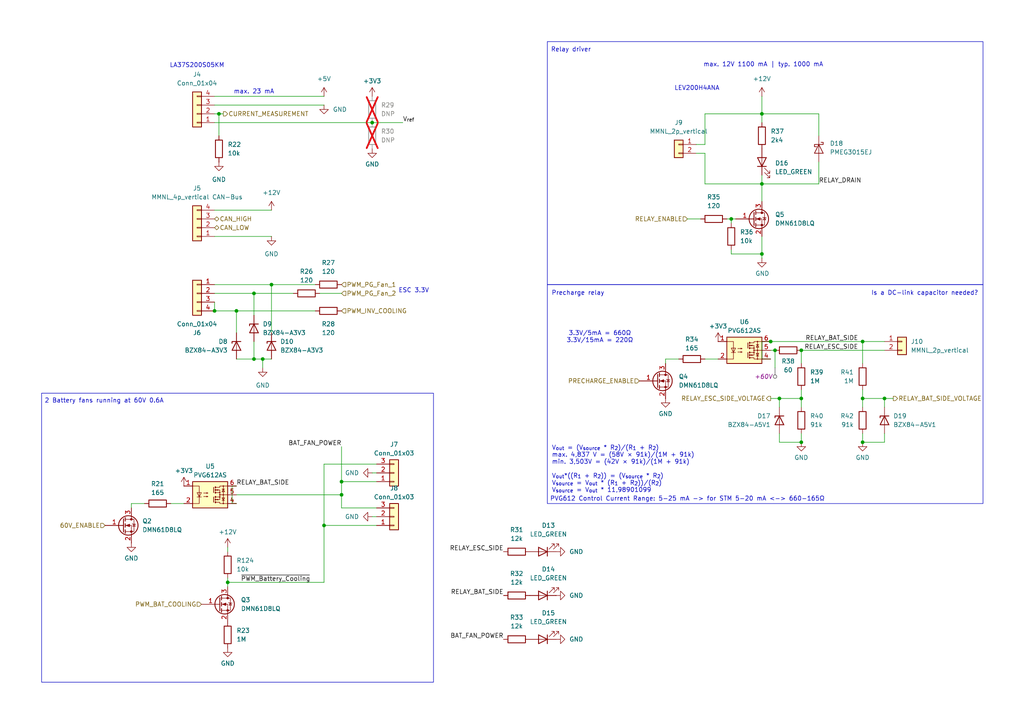
<source format=kicad_sch>
(kicad_sch (version 20231120) (generator "eeschema") (generator_version "8.0")
  (paper "A4")
  (lib_symbols
    (symbol "Connector_Generic:Conn_01x03" (pin_names (offset 1.016) hide)
      (property "Reference" "J" (at 0 5.08 0))
      (property "Value" "Conn_01x03" (at 0 -5.08 0))
      (symbol "Conn_01x03_1_1"
        (rectangle (start -1.27 -2.413) (end 0 -2.667) (stroke (width 0.1524)))
        (rectangle (start -1.27 0.127) (end 0 -0.127) (stroke (width 0.1524)))
        (rectangle (start -1.27 2.667) (end 0 2.413) (stroke (width 0.1524)))
        (rectangle (start -1.27 3.81) (end 1.27 -3.81) (stroke (width 0.254)) (fill (type background)))
        (pin passive line (at -5.08 2.54 0) (length 3.81) (name "Pin_1") (number "1"))
        (pin passive line (at -5.08 0 0) (length 3.81) (name "Pin_2") (number "2"))
        (pin passive line (at -5.08 -2.54 0) (length 3.81) (name "Pin_3") (number "3"))
      )
    )
    (symbol "Connector_Generic:Conn_01x04" (pin_names (offset 1.016) hide)
      (property "Reference" "J" (at 0 5.08 0))
      (property "Value" "Conn_01x04" (at 0 -7.62 0))
      (symbol "Conn_01x04_1_1"
        (rectangle (start -1.27 -4.953) (end 0 -5.207) (stroke (width 0.1524)))
        (rectangle (start -1.27 -2.413) (end 0 -2.667) (stroke (width 0.1524)))
        (rectangle (start -1.27 0.127) (end 0 -0.127) (stroke (width 0.1524)))
        (rectangle (start -1.27 2.667) (end 0 2.413) (stroke (width 0.1524)))
        (rectangle (start -1.27 3.81) (end 1.27 -6.35) (stroke (width 0.254)) (fill (type background)))
        (pin passive line (at -5.08 2.54 0) (length 3.81) (name "Pin_1") (number "1"))
        (pin passive line (at -5.08 0 0) (length 3.81) (name "Pin_2") (number "2"))
        (pin passive line (at -5.08 -2.54 0) (length 3.81) (name "Pin_3") (number "3"))
        (pin passive line (at -5.08 -5.08 0) (length 3.81) (name "Pin_4") (number "4"))
      )
    )
    (symbol "Device:LED" (pin_numbers hide) (pin_names (offset 1.016) hide)
      (property "Reference" "D" (at 0 2.54 0))
      (property "Value" "LED" (at 0 -2.54 0))
      (symbol "LED_0_1"
        (polyline (pts (xy -1.27 -1.27) (xy -1.27 1.27)) (stroke (width 0.254)))
        (polyline (pts (xy -1.27 0) (xy 1.27 0)))
        (polyline (pts (xy 1.27 -1.27) (xy 1.27 1.27) (xy -1.27 0) (xy 1.27 -1.27)) (stroke (width 0.254)))
        (polyline (pts (xy -3.048 -0.762) (xy -4.572 -2.286) (xy -3.81 -2.286) (xy -4.572 -2.286) (xy -4.572 -1.524)))
        (polyline (pts (xy -1.778 -0.762) (xy -3.302 -2.286) (xy -2.54 -2.286) (xy -3.302 -2.286) (xy -3.302 -1.524)))
      )
      (symbol "LED_1_1"
        (pin passive line (at -3.81 0 0) (length 2.54) (name "K") (number "1"))
        (pin passive line (at 3.81 0 180) (length 2.54) (name "A") (number "2"))
      )
    )
    (symbol "Device:R" (pin_numbers hide) (pin_names (offset 0))
      (property "Reference" "R" (at 2.032 0 90))
      (property "Value" "R" (at 0 0 90))
      (symbol "R_0_1"
        (rectangle (start -1.016 -2.54) (end 1.016 2.54) (stroke (width 0.254)))
      )
      (symbol "R_1_1"
        (pin passive line (at 0 3.81 270) (length 1.27) (name "~") (number "1"))
        (pin passive line (at 0 -3.81 90) (length 1.27) (name "~") (number "2"))
      )
    )
    (symbol "Diode:PMEG3015EJ" (pin_numbers hide) (pin_names hide)
      (property "Reference" "D" (at 0 2.54 0))
      (property "Value" "PMEG3015EJ" (at 0 -2.54 0))
      (symbol "PMEG3015EJ_0_1"
        (polyline (pts (xy 1.27 0) (xy -1.27 0)))
        (polyline (pts (xy 1.27 1.27) (xy 1.27 -1.27) (xy -1.27 0) (xy 1.27 1.27)) (stroke (width 0.2032)))
        (polyline (pts (xy -1.905 0.635) (xy -1.905 1.27) (xy -1.27 1.27) (xy -1.27 -1.27) (xy -0.635 -1.27) (xy -0.635 -0.635)) (stroke (width 0.2032)))
      )
      (symbol "PMEG3015EJ_1_1"
        (pin passive line (at -3.81 0 0) (length 2.54) (name "K") (number "1"))
        (pin passive line (at 3.81 0 180) (length 2.54) (name "A") (number "2"))
      )
    )
    (symbol "FaSTTUBe_connectors:MMNL_2p_vertical" (pin_names (offset 1.016) hide)
      (property "Reference" "J" (at 0 2.54 0))
      (property "Value" "MMNL_2p_vertical" (at 0 -5.08 0))
      (symbol "MMNL_2p_vertical_1_1"
        (rectangle (start -1.27 -2.413) (end 0 -2.667) (stroke (width 0.1524)))
        (rectangle (start -1.27 0.127) (end 0 -0.127) (stroke (width 0.1524)))
        (rectangle (start -1.27 1.27) (end 1.27 -3.81) (stroke (width 0.254)) (fill (type background)))
        (pin passive line (at -5.08 0 0) (length 3.81) (name "Pin_1") (number "1"))
        (pin passive line (at -5.08 -2.54 0) (length 3.81) (name "Pin_2") (number "2"))
      )
    )
    (symbol "MVBMS:BZX84-A3V3" (pin_numbers hide) (pin_names (offset 1.016) hide)
      (property "Reference" "D1301" (at -1.27 2.54 90))
      (property "Value" "BZX84-A3V3" (at 1.27 2.54 90))
      (symbol "BZX84-A3V3_0_1"
        (polyline (pts (xy 1.27 0) (xy -1.27 0)))
        (polyline (pts (xy -1.27 -1.27) (xy -1.27 1.27) (xy -0.762 1.27)) (stroke (width 0.254)))
        (polyline (pts (xy 1.27 -1.27) (xy 1.27 1.27) (xy -1.27 0) (xy 1.27 -1.27)) (stroke (width 0.254)))
      )
      (symbol "BZX84-A3V3_1_1"
        (pin passive line (at 3.81 0 180) (length 2.54) (name "A") (number "1"))
        (pin passive line (at -3.81 0 0) (length 2.54) (name "K") (number "3"))
      )
    )
    (symbol "MVBMS:DMN61D8LQ" (pin_names (offset 0) hide)
      (property "Reference" "Q2201" (at 6.35 1.27 0))
      (property "Value" "DMN61D8LQ" (at 6.35 -1.27 0))
      (symbol "DMN61D8LQ_0_1"
        (polyline (pts (xy 0.762 -1.778) (xy 2.54 -1.778)))
        (polyline (pts (xy 0.762 -1.27) (xy 0.762 -2.286)) (stroke (width 0.254)))
        (polyline (pts (xy 0.762 0) (xy 2.54 0)))
        (polyline (pts (xy 0.762 0.508) (xy 0.762 -0.508)) (stroke (width 0.254)))
        (polyline (pts (xy 0.762 1.778) (xy 2.54 1.778)))
        (polyline (pts (xy 0.762 2.286) (xy 0.762 1.27)) (stroke (width 0.254)))
        (polyline (pts (xy 2.54 -1.778) (xy 2.54 -2.54)))
        (polyline (pts (xy 2.54 -1.778) (xy 2.54 0)))
        (polyline (pts (xy 2.54 2.54) (xy 2.54 1.778)))
        (polyline (pts (xy 0.254 1.905) (xy 0.254 -1.905) (xy 0.254 -1.905)) (stroke (width 0.254)))
        (polyline (pts (xy 1.016 0) (xy 2.032 0.381) (xy 2.032 -0.381) (xy 1.016 0)) (fill (type outline)))
        (polyline (pts (xy 2.54 -1.778) (xy 3.302 -1.778) (xy 3.302 1.778) (xy 2.54 1.778)))
        (polyline (pts (xy 2.794 0.508) (xy 2.921 0.381) (xy 3.683 0.381) (xy 3.81 0.254)))
        (polyline (pts (xy 3.302 0.381) (xy 2.921 -0.254) (xy 3.683 -0.254) (xy 3.302 0.381)))
        (circle (center 1.651 0) (radius 2.8194) (stroke (width 0.254)))
        (circle (center 2.54 -1.778) (radius 0.2794) (fill (type outline)))
        (circle (center 2.54 1.778) (radius 0.2794) (fill (type outline)))
      )
      (symbol "DMN61D8LQ_1_1"
        (pin input line (at -5.08 0 0) (length 5.334) (name "G") (number "1"))
        (pin passive line (at 2.54 -5.08 90) (length 2.54) (name "S") (number "2"))
        (pin passive line (at 2.54 5.08 270) (length 2.54) (name "D") (number "3"))
      )
    )
    (symbol "MVBMS:PVG612AS"
      (property "Reference" "U1" (at 0 8.255 0))
      (property "Value" "PVG612AS" (at 0 5.715 0))
      (symbol "PVG612AS_0_1"
        (rectangle (start -5.08 3.81) (end 5.08 -3.81) (stroke (width 0.254)) (fill (type background)))
        (polyline (pts (xy -3.81 -0.635) (xy -2.54 -0.635)))
        (polyline (pts (xy 1.016 -0.635) (xy 1.016 -2.159)) (stroke (width 0.2032)))
        (polyline (pts (xy 1.016 2.159) (xy 1.016 0.635)) (stroke (width 0.2032)))
        (polyline (pts (xy 1.524 -0.508) (xy 1.524 -0.762)) (stroke (width 0.3556)))
        (polyline (pts (xy 2.794 0) (xy 5.08 0)))
        (polyline (pts (xy 3.429 -1.651) (xy 4.191 -1.651)))
        (polyline (pts (xy 3.429 1.651) (xy 4.191 1.651)))
        (polyline (pts (xy 3.81 -2.54) (xy 3.81 2.54)))
        (polyline (pts (xy 1.524 -2.032) (xy 1.524 -2.286) (xy 1.524 -2.286)) (stroke (width 0.3556)))
        (polyline (pts (xy 1.524 -1.27) (xy 1.524 -1.524) (xy 1.524 -1.524)) (stroke (width 0.3556)))
        (polyline (pts (xy 1.524 0.762) (xy 1.524 0.508) (xy 1.524 0.508)) (stroke (width 0.3556)))
        (polyline (pts (xy 1.524 1.524) (xy 1.524 1.27) (xy 1.524 1.27)) (stroke (width 0.3556)))
        (polyline (pts (xy 1.524 2.286) (xy 1.524 2.032) (xy 1.524 2.032)) (stroke (width 0.3556)))
        (polyline (pts (xy 1.651 -1.397) (xy 2.794 -1.397) (xy 2.794 -0.635)))
        (polyline (pts (xy 1.651 1.397) (xy 2.794 1.397) (xy 2.794 0.635)))
        (polyline (pts (xy -5.08 2.54) (xy -3.175 2.54) (xy -3.175 -2.54) (xy -5.08 -2.54)))
        (polyline (pts (xy -3.175 -0.635) (xy -3.81 0.635) (xy -2.54 0.635) (xy -3.175 -0.635)))
        (polyline (pts (xy 1.651 -2.159) (xy 2.794 -2.159) (xy 2.794 -2.54) (xy 5.08 -2.54)))
        (polyline (pts (xy 1.651 -0.635) (xy 2.794 -0.635) (xy 2.794 0.635) (xy 1.651 0.635)))
        (polyline (pts (xy 1.651 2.159) (xy 2.794 2.159) (xy 2.794 2.54) (xy 5.08 2.54)))
        (polyline (pts (xy 1.778 -1.397) (xy 2.286 -1.27) (xy 2.286 -1.524) (xy 1.778 -1.397)))
        (polyline (pts (xy 1.778 1.397) (xy 2.286 1.524) (xy 2.286 1.27) (xy 1.778 1.397)))
        (polyline (pts (xy 3.81 -1.651) (xy 3.429 -0.889) (xy 4.191 -0.889) (xy 3.81 -1.651)))
        (polyline (pts (xy 3.81 1.651) (xy 3.429 0.889) (xy 4.191 0.889) (xy 3.81 1.651)))
        (polyline (pts (xy -1.905 -0.508) (xy -0.635 -0.508) (xy -1.016 -0.635) (xy -1.016 -0.381) (xy -0.635 -0.508)))
        (polyline (pts (xy -1.905 0.508) (xy -0.635 0.508) (xy -1.016 0.381) (xy -1.016 0.635) (xy -0.635 0.508)))
        (circle (center 2.794 -0.635) (radius 0.127))
        (circle (center 2.794 0) (radius 0.127))
        (circle (center 2.794 0.635) (radius 0.127))
        (circle (center 3.81 -2.54) (radius 0.127))
        (circle (center 3.81 0) (radius 0.127))
        (circle (center 3.81 2.54) (radius 0.127))
      )
      (symbol "PVG612AS_1_1"
        (pin passive line (at -7.62 2.54 0) (length 2.54) (name "~") (number "1"))
        (pin passive line (at -7.62 -2.54 0) (length 2.54) (name "~") (number "2"))
        (pin no_connect line (at -5.08 0 0) (length 2.54) hide (name "~") (number "3"))
        (pin passive line (at 7.62 -2.54 180) (length 2.54) (name "~") (number "4"))
        (pin passive line (at 7.62 0 180) (length 2.54) (name "~") (number "5"))
        (pin passive line (at 7.62 2.54 180) (length 2.54) (name "~") (number "6"))
      )
    )
    (symbol "power:+12V" (power) (pin_numbers hide) (pin_names (offset 0) hide)
      (property "Value" "+12V" (at 0 3.556 0))
      (symbol "+12V_0_1"
        (polyline (pts (xy -0.762 1.27) (xy 0 2.54)))
        (polyline (pts (xy 0 0) (xy 0 2.54)))
        (polyline (pts (xy 0 2.54) (xy 0.762 1.27)))
      )
      (symbol "+12V_1_1"
        (pin power_in line (at 0 0 90) (length 0) (name "~") (number "1"))
      )
    )
    (symbol "power:+3V3" (power) (pin_numbers hide) (pin_names (offset 0) hide)
      (property "Value" "+3V3" (at 0 3.556 0))
      (symbol "+3V3_0_1"
        (polyline (pts (xy -0.762 1.27) (xy 0 2.54)))
        (polyline (pts (xy 0 0) (xy 0 2.54)))
        (polyline (pts (xy 0 2.54) (xy 0.762 1.27)))
      )
      (symbol "+3V3_1_1"
        (pin power_in line (at 0 0 90) (length 0) (name "~") (number "1"))
      )
    )
    (symbol "power:+5V" (power) (pin_numbers hide) (pin_names (offset 0) hide)
      (property "Value" "+5V" (at 0 3.556 0))
      (symbol "+5V_0_1"
        (polyline (pts (xy -0.762 1.27) (xy 0 2.54)))
        (polyline (pts (xy 0 0) (xy 0 2.54)))
        (polyline (pts (xy 0 2.54) (xy 0.762 1.27)))
      )
      (symbol "+5V_1_1"
        (pin power_in line (at 0 0 90) (length 0) (name "~") (number "1"))
      )
    )
    (symbol "power:GND" (power) (pin_numbers hide) (pin_names (offset 0) hide)
      (property "Value" "GND" (at 0 -3.81 0))
      (symbol "GND_0_1"
        (polyline (pts (xy 0 0) (xy 0 -1.27) (xy 1.27 -1.27) (xy 0 -2.54) (xy -1.27 -1.27) (xy 0 -1.27)))
      )
      (symbol "GND_1_1"
        (pin power_in line (at 0 0 270) (length 0) (name "~") (number "1"))
      )
    )
  )
  (junction (at 226.06 115.57))
  (junction (at 220.98 33.02))
  (junction (at 63.5 33.02))
  (junction (at 223.52 99.06))
  (junction (at 99.06 143.51))
  (junction (at 62.23 90.17))
  (junction (at 232.41 101.6))
  (junction (at 73.66 104.14))
  (junction (at 232.41 115.57))
  (junction (at 250.19 115.57))
  (junction (at 250.19 99.06))
  (junction (at 73.66 85.09))
  (junction (at 68.58 90.17))
  (junction (at 78.74 82.55))
  (junction (at 107.95 35.56))
  (junction (at 250.19 128.27))
  (junction (at 99.06 139.7))
  (junction (at 220.98 53.34))
  (junction (at 76.2 104.14))
  (junction (at 224.79 101.6))
  (junction (at 93.98 152.4))
  (junction (at 220.98 73.66))
  (junction (at 66.04 168.91))
  (junction (at 212.09 63.5))
  (junction (at 232.41 128.27))
  (junction (at 256.54 115.57))
  (wire (pts (xy 237.49 53.34) (xy 237.49 46.99)))
  (wire (pts (xy 212.09 73.66) (xy 220.98 73.66)))
  (wire (pts (xy 62.23 82.55) (xy 78.74 82.55)))
  (wire (pts (xy 226.06 115.57) (xy 232.41 115.57)))
  (wire (pts (xy 66.04 170.18) (xy 66.04 168.91)))
  (wire (pts (xy 62.23 85.09) (xy 73.66 85.09)))
  (wire (pts (xy 220.98 53.34) (xy 220.98 50.8)))
  (wire (pts (xy 220.98 53.34) (xy 220.98 58.42)))
  (wire (pts (xy 223.52 99.06) (xy 250.19 99.06)))
  (wire (pts (xy 73.66 85.09) (xy 73.66 91.44)))
  (wire (pts (xy 85.09 85.09) (xy 73.66 85.09)))
  (wire (pts (xy 93.98 152.4) (xy 109.22 152.4)))
  (wire (pts (xy 99.06 139.7) (xy 99.06 143.51)))
  (wire (pts (xy 93.98 30.48) (xy 62.23 30.48)))
  (wire (pts (xy 62.23 90.17) (xy 68.58 90.17)))
  (wire (pts (xy 204.47 53.34) (xy 204.47 44.45)))
  (wire (pts (xy 67.31 140.97) (xy 67.31 146.05)))
  (wire (pts (xy 204.47 104.14) (xy 208.28 104.14)))
  (wire (pts (xy 220.98 74.93) (xy 220.98 73.66)))
  (wire (pts (xy 226.06 128.27) (xy 232.41 128.27)))
  (wire (pts (xy 220.98 33.02) (xy 220.98 35.56)))
  (wire (pts (xy 66.04 158.75) (xy 66.04 160.02)))
  (wire (pts (xy 237.49 39.37) (xy 237.49 33.02)))
  (wire (pts (xy 250.19 99.06) (xy 256.54 99.06)))
  (wire (pts (xy 256.54 115.57) (xy 259.08 115.57)))
  (wire (pts (xy 73.66 104.14) (xy 76.2 104.14)))
  (wire (pts (xy 250.19 118.11) (xy 250.19 115.57)))
  (wire (pts (xy 107.95 137.16) (xy 109.22 137.16)))
  (wire (pts (xy 212.09 73.66) (xy 212.09 72.39)))
  (wire (pts (xy 256.54 115.57) (xy 250.19 115.57)))
  (wire (pts (xy 199.39 63.5) (xy 203.2 63.5)))
  (wire (pts (xy 220.98 99.06) (xy 220.98 104.14)))
  (wire (pts (xy 62.23 35.56) (xy 107.95 35.56)))
  (wire (pts (xy 66.04 167.64) (xy 66.04 168.91)))
  (wire (pts (xy 99.06 147.32) (xy 109.22 147.32)))
  (wire (pts (xy 93.98 152.4) (xy 93.98 168.91)))
  (wire (pts (xy 223.52 115.57) (xy 226.06 115.57)))
  (wire (pts (xy 62.23 87.63) (xy 62.23 90.17)))
  (wire (pts (xy 68.58 90.17) (xy 68.58 96.52)))
  (wire (pts (xy 223.52 99.06) (xy 220.98 99.06)))
  (wire (pts (xy 210.82 63.5) (xy 212.09 63.5)))
  (wire (pts (xy 68.58 143.51) (xy 99.06 143.51)))
  (wire (pts (xy 256.54 118.11) (xy 256.54 115.57)))
  (wire (pts (xy 63.5 33.02) (xy 63.5 39.37)))
  (wire (pts (xy 99.06 139.7) (xy 109.22 139.7)))
  (wire (pts (xy 212.09 63.5) (xy 213.36 63.5)))
  (wire (pts (xy 201.93 41.91) (xy 204.47 41.91)))
  (wire (pts (xy 68.58 140.97) (xy 67.31 140.97)))
  (wire (pts (xy 64.77 33.02) (xy 63.5 33.02)))
  (wire (pts (xy 220.98 104.14) (xy 223.52 104.14)))
  (wire (pts (xy 220.98 33.02) (xy 237.49 33.02)))
  (wire (pts (xy 38.1 146.05) (xy 41.91 146.05)))
  (wire (pts (xy 226.06 118.11) (xy 226.06 115.57)))
  (wire (pts (xy 226.06 128.27) (xy 226.06 125.73)))
  (wire (pts (xy 78.74 82.55) (xy 78.74 96.52)))
  (wire (pts (xy 62.23 68.58) (xy 78.74 68.58)))
  (wire (pts (xy 220.98 27.94) (xy 220.98 33.02)))
  (wire (pts (xy 92.71 85.09) (xy 99.06 85.09)))
  (wire (pts (xy 232.41 128.27) (xy 232.41 125.73)))
  (wire (pts (xy 232.41 113.03) (xy 232.41 115.57)))
  (wire (pts (xy 76.2 104.14) (xy 78.74 104.14)))
  (wire (pts (xy 256.54 128.27) (xy 256.54 125.73)))
  (wire (pts (xy 204.47 33.02) (xy 220.98 33.02)))
  (wire (pts (xy 224.79 101.6) (xy 223.52 101.6)))
  (wire (pts (xy 49.53 146.05) (xy 53.34 146.05)))
  (wire (pts (xy 250.19 128.27) (xy 250.19 125.73)))
  (wire (pts (xy 93.98 134.62) (xy 109.22 134.62)))
  (wire (pts (xy 73.66 99.06) (xy 73.66 104.14)))
  (wire (pts (xy 193.04 105.41) (xy 193.04 104.14)))
  (wire (pts (xy 232.41 101.6) (xy 232.41 105.41)))
  (wire (pts (xy 204.47 44.45) (xy 201.93 44.45)))
  (wire (pts (xy 193.04 104.14) (xy 196.85 104.14)))
  (wire (pts (xy 99.06 143.51) (xy 99.06 147.32)))
  (wire (pts (xy 224.79 101.6) (xy 224.79 106.68)))
  (wire (pts (xy 63.5 33.02) (xy 62.23 33.02)))
  (wire (pts (xy 256.54 128.27) (xy 250.19 128.27)))
  (wire (pts (xy 220.98 53.34) (xy 237.49 53.34)))
  (wire (pts (xy 67.31 146.05) (xy 68.58 146.05)))
  (wire (pts (xy 38.1 147.32) (xy 38.1 146.05)))
  (wire (pts (xy 204.47 53.34) (xy 220.98 53.34)))
  (wire (pts (xy 73.66 104.14) (xy 68.58 104.14)))
  (wire (pts (xy 99.06 129.54) (xy 99.06 139.7)))
  (wire (pts (xy 107.95 35.56) (xy 116.84 35.56)))
  (wire (pts (xy 68.58 90.17) (xy 91.44 90.17)))
  (wire (pts (xy 107.95 149.86) (xy 109.22 149.86)))
  (wire (pts (xy 78.74 82.55) (xy 91.44 82.55)))
  (wire (pts (xy 93.98 27.94) (xy 62.23 27.94)))
  (wire (pts (xy 93.98 134.62) (xy 93.98 152.4)))
  (wire (pts (xy 250.19 99.06) (xy 250.19 105.41)))
  (wire (pts (xy 232.41 101.6) (xy 256.54 101.6)))
  (wire (pts (xy 250.19 113.03) (xy 250.19 115.57)))
  (wire (pts (xy 76.2 106.68) (xy 76.2 104.14)))
  (wire (pts (xy 66.04 168.91) (xy 93.98 168.91)))
  (wire (pts (xy 212.09 64.77) (xy 212.09 63.5)))
  (wire (pts (xy 220.98 68.58) (xy 220.98 73.66)))
  (wire (pts (xy 204.47 33.02) (xy 204.47 41.91)))
  (wire (pts (xy 232.41 118.11) (xy 232.41 115.57)))
  (wire (pts (xy 62.23 60.96) (xy 78.74 60.96)))
  (rectangle (start 12.065 114.046) (end 125.73 197.866))
  (rectangle (start 158.75 12.065) (end 285.115 82.55))
  (rectangle (start 158.75 82.55) (end 285.115 146.05))
  (text "Relay driver" (at 159.766 15.24 0) (effects (font (size 1.27 1.27)) (justify left bottom)))
  (text "3.3V/5mA = 660 Ω\n3.3V/15mA = 220 Ω" (at 173.99 97.79 0) (effects (font (size 1.27 1.27))))
  (text "LEV200H4ANA" (at 195.58 26.416 0) (effects (font (size 1.27 1.27)) (justify left bottom)))
  (text "LA37S200S05KM" (at 57.15 19.05 0) (effects (font (size 1.27 1.27))))
  (text "2 Battery fans running at 60V 0.6A" (at 30.226 116.332 0) (effects (font (size 1.27 1.27))))
  (text "Is a DC-link capacitor needed?" (at 268.224 85.09 0) (effects (font (size 1.27 1.27))))
  (text "ESC 3.3V" (at 115.57 85.09 0) (effects (font (size 1.27 1.27)) (justify left bottom)))
  (text "max. 12V 1100 mA | typ. 1000 mA " (at 203.962 19.558 0) (effects (font (size 1.27 1.27)) (justify left bottom)))
  (text "max. 23 mA" (at 73.66 26.67 0) (effects (font (size 1.27 1.27))))
  (text "PVG612 Control Current Range: 5-25 mA -> for STM 5-20 mA <-> 660-165 Ω" (at 199.39 144.78 0) (effects (font (size 1.27 1.27))))
  (text "Precharge relay" (at 167.64 85.09 0) (effects (font (size 1.27 1.27))))
  (text "V_{out} = (V_{source} * R_{2})/(R_{1} + R_{2})\nmax. 4,837 V = (58V × 91k)/(1M + 91k)\nmin. 3,503 V = (42V × 91k)/(1M + 91k)\n\nV_{out}*((R_{1} + R_{2})) = (V_{source} * R_{2})\nV_{source} = V_{out} * (R_{1} + R_{2}))/(R_{2})\nV_{source} = V_{out} * 11,98901099\n\n" (at 160.02 137.16 0) (effects (font (size 1.27 1.27)) (justify left)))
  (label "RELAY_ESC_SIDE" (at 146.05 160.02 180) (property "Netclass" "+60V" (effects (hide yes))))
  (label "V_{ref}" (at 116.84 35.56 0))
  (label "RELAY_ESC_SIDE" (at 248.92 101.6 180) (property "Netclass" "+60V" (effects (hide yes))))
  (label "~{PWM_Battery_Cooling}" (at 69.85 168.91 0))
  (label "RELAY_BAT_SIDE" (at 68.58 140.97 0) (property "Netclass" "+60V" (effects (hide yes))))
  (label "BAT_FAN_POWER" (at 99.06 129.54 180) (property "Netclass" "+60V" (effects (hide yes))))
  (label "BAT_FAN_POWER" (at 146.05 185.42 180) (property "Netclass" "+60V" (effects (hide yes))))
  (label "RELAY_DRAIN" (at 237.49 53.34 0) (property "Netclass" "+12V" (effects (hide yes))))
  (label "RELAY_BAT_SIDE" (at 146.05 172.72 180) (property "Netclass" "+60V" (effects (hide yes))))
  (label "RELAY_BAT_SIDE" (at 248.92 99.06 180) (property "Netclass" "+60V" (effects (hide yes))))
  (hierarchical_label "PWM_INV_COOLING" (shape input) (at 99.06 90.17 0))
  (hierarchical_label "CAN_LOW" (shape bidirectional) (at 62.23 66.04 0))
  (hierarchical_label "RELAY_BAT_SIDE_VOLTAGE" (shape output) (at 259.08 115.57 0))
  (hierarchical_label "PWM_PG_Fan_1" (shape input) (at 99.06 82.55 0))
  (hierarchical_label "CURRENT_MEASUREMENT" (shape output) (at 64.77 33.02 0))
  (hierarchical_label "60V_ENABLE" (shape input) (at 30.48 152.4 180))
  (hierarchical_label "RELAY_ESC_SIDE_VOLTAGE" (shape output) (at 223.52 115.57 180))
  (hierarchical_label "PRECHARGE_ENABLE" (shape input) (at 185.42 110.49 180))
  (hierarchical_label "CAN_HIGH" (shape bidirectional) (at 62.23 63.5 0))
  (hierarchical_label "PWM_BAT_COOLING" (shape input) (at 58.42 175.26 180))
  (hierarchical_label "PWM_PG_Fan_2" (shape input) (at 99.06 85.09 0))
  (hierarchical_label "RELAY_ENABLE" (shape input) (at 199.39 63.5 180))
  (netclass_flag "" (length 2.54) (shape round) (at 224.79 106.68 180) (property "Netclass" "+60V" (at 224.0915 109.22 0) (effects (font (italic yes)) (justify right))))
  (symbol (lib_id "Device:LED") (at 157.48 160.02 180) (unit 1)
    (property "Reference" "D13" (at 159.0675 152.4 0))
    (property "Value" "LED_GREEN" (at 159.0675 154.94 0))
    (property "Footprint" "LED_SMD:LED_0603_1608Metric" (effects (hide yes)))
    (property "Description" "Light emitting diode" (effects (hide yes)))
    (property "Silkscreen" "RELAY_ESC_SIDE" (effects (hide yes)))
  )
  (symbol (lib_id "Device:R") (at 66.04 184.15 0) (mirror y) (unit 1)
    (property "Reference" "R23" (at 68.58 182.8799 0) (effects (justify right)))
    (property "Value" "1M" (at 68.58 185.4199 0) (effects (justify right)))
    (property "Footprint" "Resistor_SMD:R_0603_1608Metric" (effects (hide yes)))
    (property "Description" "Resistor" (effects (hide yes)))
  )
  (symbol (lib_id "Device:LED") (at 157.48 185.42 180) (unit 1)
    (property "Reference" "D15" (at 159.0675 177.8 0))
    (property "Value" "LED_GREEN" (at 159.0675 180.34 0))
    (property "Footprint" "LED_SMD:LED_0603_1608Metric" (effects (hide yes)))
    (property "Description" "Light emitting diode" (effects (hide yes)))
    (property "Silkscreen" "BATT_FAN_POWER" (effects (hide yes)))
  )
  (symbol (lib_id "power:GND") (at 107.95 43.18 0) (mirror y) (unit 1)
    (property "Reference" "#PWR053" (effects (hide yes)))
    (property "Value" "GND" (at 107.95 47.625 0))
    (property "Description" "Power symbol creates a global label with name \"GND\" , ground" (effects (hide yes)))
  )
  (symbol (lib_id "Connector_Generic:Conn_01x04") (at 57.15 33.02 180) (unit 1)
    (property "Reference" "J4" (at 57.15 21.59 0))
    (property "Value" "Conn_01x04" (at 57.15 24.13 0))
    (property "Footprint" "FaSTTUBe_connectors:Micro_Mate-N-Lok_4p_horizontal" (effects (hide yes)))
    (property "Description" "Generic connector, single row, 01x04, script generated (kicad-library-utils/schlib/autogen/connector/)" (effects (hide yes)))
    (property "Silkscreen" "CURRENT_SENS" (effects (hide yes)))
  )
  (symbol (lib_id "power:+3V3") (at 53.34 140.97 0) (unit 1)
    (property "Reference" "#PWR042" (effects (hide yes)))
    (property "Value" "+3V3" (at 53.34 136.525 0))
    (property "Description" "Power symbol creates a global label with name \"+3V3\"" (effects (hide yes)))
  )
  (symbol (lib_id "Device:R") (at 107.95 31.75 180) (unit 1) (dnp yes)
    (property "Reference" "R29" (at 110.49 30.4799 0) (effects (justify right)))
    (property "Value" "DNP" (at 110.49 33.0199 0) (effects (justify right)))
    (property "Footprint" "Resistor_SMD:R_0603_1608Metric" (effects (hide yes)))
    (property "Description" "Resistor" (effects (hide yes)))
  )
  (symbol (lib_id "Connector_Generic:Conn_01x04") (at 57.15 66.04 180) (unit 1)
    (property "Reference" "J5" (at 57.15 54.61 0))
    (property "Value" "MMNL_4p_vertical CAN-Bus" (at 57.15 57.15 0))
    (property "Footprint" "FaSTTUBe_connectors:Micro_Mate-N-Lok_4p_horizontal" (effects (hide yes)))
    (property "Description" "Generic connector, single row, 01x04, script generated (kicad-library-utils/schlib/autogen/connector/)" (effects (hide yes)))
    (property "Silkscreen" "CURRENT_SENS" (effects (hide yes)))
  )
  (symbol (lib_id "Device:R") (at 220.98 39.37 0) (unit 1)
    (property "Reference" "R37" (at 223.52 38.0999 0) (effects (justify left)))
    (property "Value" "2k4" (at 223.52 40.6399 0) (effects (justify left)))
    (property "Footprint" "Resistor_SMD:R_0603_1608Metric" (effects (hide yes)))
    (property "Description" "Resistor" (effects (hide yes)))
    (instances (project "MVBMS_FT24" (path "" (reference "R37") (unit 1))) (project "Master_FT24" (path "" (reference "R404") (unit 1))))
  )
  (symbol (lib_id "Device:R") (at 232.41 121.92 0) (unit 1)
    (property "Reference" "R40" (at 234.95 120.6499 0) (effects (justify left)))
    (property "Value" "91k" (at 234.95 123.1899 0) (effects (justify left)))
    (property "Footprint" "Resistor_SMD:R_0603_1608Metric" (effects (hide yes)))
    (property "Description" "Resistor" (effects (hide yes)))
  )
  (symbol (lib_id "power:GND") (at 161.29 172.72 90) (unit 1)
    (property "Reference" "#PWR057" (effects (hide yes)))
    (property "Value" "GND" (at 165.1 172.7199 90) (effects (justify right)))
    (property "Description" "Power symbol creates a global label with name \"GND\" , ground" (effects (hide yes)))
  )
  (symbol (lib_id "MVBMS:BZX84-A3V3") (at 256.54 121.92 90) (mirror x) (unit 1)
    (property "Reference" "D19" (at 259.08 120.6499 90) (effects (justify right)))
    (property "Value" "BZX84-A5V1" (at 259.08 123.1899 90) (effects (justify right)))
    (property "Footprint" "Package_TO_SOT_SMD:SOT-23-3" (effects (hide yes)))
  )
  (symbol (lib_id "Device:R") (at 228.6 101.6 270) (unit 1)
    (property "Reference" "R38" (at 228.6 104.775 90))
    (property "Value" "60" (at 228.6 107.315 90))
    (property "Footprint" "Resistor_SMD:R_2512_6332Metric" (effects (hide yes)))
    (property "Description" "Resistor" (effects (hide yes)))
  )
  (symbol (lib_id "power:+12V") (at 220.98 27.94 0) (unit 1)
    (property "Reference" "#PWR061" (effects (hide yes)))
    (property "Value" "+12V" (at 220.98 22.86 0))
    (property "Description" "Power symbol creates a global label with name \"+12V\"" (effects (hide yes)))
  )
  (symbol (lib_id "power:GND") (at 161.29 160.02 90) (unit 1)
    (property "Reference" "#PWR056" (effects (hide yes)))
    (property "Value" "GND" (at 165.1 160.0199 90) (effects (justify right)))
    (property "Description" "Power symbol creates a global label with name \"GND\" , ground" (effects (hide yes)))
  )
  (symbol (lib_id "Diode:PMEG3015EJ") (at 237.49 43.18 270) (unit 1)
    (property "Reference" "D18" (at 240.665 41.5925 90) (effects (justify left)))
    (property "Value" "PMEG3015EJ" (at 240.665 44.1325 90) (effects (justify left)))
    (property "Footprint" "Diode_SMD:D_SOD-323_HandSoldering" (effects (hide yes)))
    (property "Datasheet" "https://assets.nexperia.com/documents/data-sheet/PMEG3015EH_EJ.pdf" (effects (hide yes)))
    (property "Description" "30V, 1.5A ultra low Vf MEGA Schottky barrier rectifier, SOD-323F" (effects (hide yes)))
  )
  (symbol (lib_id "Device:R") (at 107.95 39.37 180) (unit 1) (dnp yes)
    (property "Reference" "R30" (at 110.49 38.0999 0) (effects (justify right)))
    (property "Value" "DNP" (at 110.49 40.6399 0) (effects (justify right)))
    (property "Footprint" "Resistor_SMD:R_0603_1608Metric" (effects (hide yes)))
    (property "Description" "Resistor" (effects (hide yes)))
  )
  (symbol (lib_id "Device:LED") (at 220.98 46.99 90) (unit 1)
    (property "Reference" "D16" (at 224.79 47.3074 90) (effects (justify right)))
    (property "Value" "LED_GREEN" (at 224.79 49.8474 90) (effects (justify right)))
    (property "Footprint" "LED_SMD:LED_0603_1608Metric" (effects (hide yes)))
    (property "Description" "Light emitting diode" (effects (hide yes)))
    (property "Silkscreen" "RELAY_ON" (effects (hide yes)))
    (instances (project "MVBMS_FT24" (path "" (reference "D16") (unit 1))) (project "Master_FT24" (path "" (reference "D406") (unit 1))))
  )
  (symbol (lib_id "MVBMS:PVG612AS") (at 215.9 101.6 0) (unit 1)
    (property "Reference" "U6" (at 215.9 93.345 0))
    (property "Value" "PVG612AS" (at 215.9 95.885 0))
    (property "Footprint" "Package_DIP:SMDIP-6_W9.53mm" (effects (hide yes)))
    (property "Datasheet" "https://www.infineon.com/dgdl/Infineon-PVG612A-DataSheet-v01_00-EN.pdf?fileId=5546d462533600a401535683ca14293a" (effects (hide yes)))
  )
  (symbol (lib_id "Device:R") (at 95.25 82.55 90) (unit 1)
    (property "Reference" "R27" (at 95.25 76.2 90))
    (property "Value" "120" (at 95.25 78.74 90))
    (property "Footprint" "Resistor_SMD:R_0603_1608Metric" (effects (hide yes)))
    (property "Description" "Resistor" (effects (hide yes)))
  )
  (symbol (lib_id "Device:R") (at 45.72 146.05 90) (unit 1)
    (property "Reference" "R21" (at 45.72 140.335 90))
    (property "Value" "165" (at 45.72 142.875 90))
    (property "Footprint" "Resistor_SMD:R_0603_1608Metric" (effects (hide yes)))
    (property "Description" "Resistor" (effects (hide yes)))
  )
  (symbol (lib_id "power:GND") (at 63.5 46.99 0) (mirror y) (unit 1)
    (property "Reference" "#PWR043" (effects (hide yes)))
    (property "Value" "GND" (at 63.5 52.07 0))
    (property "Description" "Power symbol creates a global label with name \"GND\" , ground" (effects (hide yes)))
  )
  (symbol (lib_id "Connector_Generic:Conn_01x03") (at 114.3 137.16 0) (mirror x) (unit 1)
    (property "Reference" "J7" (at 114.3 128.905 0))
    (property "Value" "Conn_01x03" (at 114.3 131.445 0))
    (property "Footprint" "FaSTTUBe_connectors:Micro_Mate-N-Lok_3p_horizontal" (effects (hide yes)))
    (property "Description" "Generic connector, single row, 01x03, script generated (kicad-library-utils/schlib/autogen/connector/)" (effects (hide yes)))
    (property "Silkscreen" "FAN1" (effects (hide yes)))
  )
  (symbol (lib_id "FaSTTUBe_connectors:MMNL_2p_vertical") (at 196.85 41.91 0) (mirror y) (unit 1)
    (property "Reference" "J9" (at 196.85 35.56 0))
    (property "Value" "MMNL_2p_vertical" (at 196.85 38.1 0))
    (property "Footprint" "FaSTTUBe_connectors:Micro_Mate-N-Lok_2p_horizontal" (effects (hide yes)))
    (property "Description" "Generic connector, single row, 01x02, script generated (kicad-library-utils/schlib/autogen/connector/)" (effects (hide yes)))
    (property "Silkscreen" "PWM_ESC" (effects (hide yes)))
  )
  (symbol (lib_id "MVBMS:BZX84-A3V3") (at 78.74 100.33 90) (mirror x) (unit 1)
    (property "Reference" "D10" (at 81.28 99.0599 90) (effects (justify right)))
    (property "Value" "BZX84-A3V3" (at 81.28 101.5999 90) (effects (justify right)))
    (property "Footprint" "Package_TO_SOT_SMD:SOT-23-3" (effects (hide yes)))
  )
  (symbol (lib_id "power:GND") (at 193.04 115.57 0) (unit 1)
    (property "Reference" "#PWR059" (effects (hide yes)))
    (property "Value" "GND" (at 193.04 120.015 0))
    (property "Description" "Power symbol creates a global label with name \"GND\" , ground" (effects (hide yes)))
  )
  (symbol (lib_id "power:GND") (at 93.98 30.48 0) (mirror y) (unit 1)
    (property "Reference" "#PWR051" (effects (hide yes)))
    (property "Value" "GND" (at 96.52 31.7499 0) (effects (justify right)))
    (property "Description" "Power symbol creates a global label with name \"GND\" , ground" (effects (hide yes)))
  )
  (symbol (lib_id "power:GND") (at 250.19 128.27 0) (mirror y) (unit 1)
    (property "Reference" "#PWR064" (effects (hide yes)))
    (property "Value" "GND" (at 250.19 132.715 0))
    (property "Description" "Power symbol creates a global label with name \"GND\" , ground" (effects (hide yes)))
  )
  (symbol (lib_id "MVBMS:DMN61D8LQ") (at 35.56 152.4 0) (unit 1)
    (property "Reference" "Q2" (at 41.275 151.1299 0) (effects (justify left)))
    (property "Value" "DMN61D8LQ" (at 41.275 153.6699 0) (effects (justify left)))
    (property "Footprint" "Package_TO_SOT_SMD:SOT-23" (effects (hide yes)))
    (property "Datasheet" "https://www.mouser.de/datasheet/2/115/DIOD_S_A0002832699_1-2541996.pdf" (effects (hide yes)))
  )
  (symbol (lib_id "power:GND") (at 232.41 128.27 0) (unit 1)
    (property "Reference" "#PWR063" (effects (hide yes)))
    (property "Value" "GND" (at 232.41 132.715 0))
    (property "Description" "Power symbol creates a global label with name \"GND\" , ground" (effects (hide yes)))
  )
  (symbol (lib_id "power:+12V") (at 78.74 60.96 0) (unit 1)
    (property "Reference" "#PWR047" (effects (hide yes)))
    (property "Value" "+12V" (at 78.74 55.88 0))
    (property "Description" "Power symbol creates a global label with name \"+12V\"" (effects (hide yes)))
  )
  (symbol (lib_id "power:GND") (at 38.1 157.48 0) (mirror y) (unit 1)
    (property "Reference" "#PWR041" (effects (hide yes)))
    (property "Value" "GND" (at 38.1 161.925 0))
    (property "Description" "Power symbol creates a global label with name \"GND\" , ground" (effects (hide yes)))
  )
  (symbol (lib_id "power:GND") (at 107.95 149.86 270) (mirror x) (unit 1)
    (property "Reference" "#PWR055" (effects (hide yes)))
    (property "Value" "GND" (at 104.14 149.8599 90) (effects (justify right)))
    (property "Description" "Power symbol creates a global label with name \"GND\" , ground" (effects (hide yes)))
  )
  (symbol (lib_id "Device:R") (at 232.41 109.22 0) (mirror y) (unit 1)
    (property "Reference" "R39" (at 234.95 107.9499 0) (effects (justify right)))
    (property "Value" "1M" (at 234.95 110.4899 0) (effects (justify right)))
    (property "Footprint" "Resistor_SMD:R_0603_1608Metric" (effects (hide yes)))
    (property "Description" "Resistor" (effects (hide yes)))
  )
  (symbol (lib_id "Connector_Generic:Conn_01x04") (at 57.15 85.09 0) (mirror y) (unit 1)
    (property "Reference" "J6" (at 57.15 96.52 0))
    (property "Value" "Conn_01x04" (at 57.15 93.98 0))
    (property "Footprint" "FaSTTUBe_connectors:Micro_Mate-N-Lok_4p_horizontal" (effects (hide yes)))
    (property "Description" "Generic connector, single row, 01x04, script generated (kicad-library-utils/schlib/autogen/connector/)" (effects (hide yes)))
    (property "Silkscreen" "CURRENT_SENS" (effects (hide yes)))
  )
  (symbol (lib_id "Device:R") (at 250.19 109.22 0) (unit 1)
    (property "Reference" "R41" (at 247.65 107.9499 0) (effects (justify right)))
    (property "Value" "1M" (at 247.65 110.4899 0) (effects (justify right)))
    (property "Footprint" "Resistor_SMD:R_0603_1608Metric" (effects (hide yes)))
    (property "Description" "Resistor" (effects (hide yes)))
  )
  (symbol (lib_id "Device:R") (at 95.25 90.17 90) (unit 1)
    (property "Reference" "R28" (at 95.25 93.98 90))
    (property "Value" "120" (at 95.25 96.52 90))
    (property "Footprint" "Resistor_SMD:R_0603_1608Metric" (effects (hide yes)))
    (property "Description" "Resistor" (effects (hide yes)))
  )
  (symbol (lib_id "power:+5V") (at 93.98 27.94 0) (unit 1)
    (property "Reference" "#PWR050" (effects (hide yes)))
    (property "Value" "+5V" (at 93.98 22.86 0))
    (property "Description" "Power symbol creates a global label with name \"+5V\"" (effects (hide yes)))
  )
  (symbol (lib_id "power:GND") (at 107.95 137.16 270) (unit 1)
    (property "Reference" "#PWR054" (effects (hide yes)))
    (property "Value" "GND" (at 104.14 137.1599 90) (effects (justify right)))
    (property "Description" "Power symbol creates a global label with name \"GND\" , ground" (effects (hide yes)))
  )
  (symbol (lib_id "MVBMS:DMN61D8LQ") (at 190.5 110.49 0) (unit 1)
    (property "Reference" "Q4" (at 196.85 109.2199 0) (effects (justify left)))
    (property "Value" "DMN61D8LQ" (at 196.85 111.7599 0) (effects (justify left)))
    (property "Footprint" "Package_TO_SOT_SMD:SOT-23" (effects (hide yes)))
    (property "Datasheet" "https://www.mouser.de/datasheet/2/115/DIOD_S_A0002832699_1-2541996.pdf" (effects (hide yes)))
  )
  (symbol (lib_id "Device:R") (at 200.66 104.14 90) (unit 1)
    (property "Reference" "R34" (at 200.66 98.425 90))
    (property "Value" "165" (at 200.66 100.965 90))
    (property "Footprint" "Resistor_SMD:R_0603_1608Metric" (effects (hide yes)))
    (property "Description" "Resistor" (effects (hide yes)))
  )
  (symbol (lib_id "MVBMS:BZX84-A3V3") (at 73.66 95.25 90) (mirror x) (unit 1)
    (property "Reference" "D9" (at 76.2 93.9799 90) (effects (justify right)))
    (property "Value" "BZX84-A3V3" (at 76.2 96.5199 90) (effects (justify right)))
    (property "Footprint" "Package_TO_SOT_SMD:SOT-23-3" (effects (hide yes)))
  )
  (symbol (lib_id "power:GND") (at 161.29 185.42 90) (unit 1)
    (property "Reference" "#PWR058" (effects (hide yes)))
    (property "Value" "GND" (at 165.1 185.4199 90) (effects (justify right)))
    (property "Description" "Power symbol creates a global label with name \"GND\" , ground" (effects (hide yes)))
  )
  (symbol (lib_id "power:GND") (at 66.04 187.96 0) (mirror y) (unit 1)
    (property "Reference" "#PWR045" (effects (hide yes)))
    (property "Value" "GND" (at 66.04 192.405 0))
    (property "Description" "Power symbol creates a global label with name \"GND\" , ground" (effects (hide yes)))
  )
  (symbol (lib_id "FaSTTUBe_connectors:MMNL_2p_vertical") (at 261.62 99.06 0) (unit 1)
    (property "Reference" "J10" (at 264.16 99.0599 0) (effects (justify left)))
    (property "Value" "MMNL_2p_vertical" (at 264.16 101.5999 0) (effects (justify left)))
    (property "Footprint" "FaSTTUBe_connectors:Micro_Mate-N-Lok_2p_horizontal" (effects (hide yes)))
    (property "Description" "Generic connector, single row, 01x02, script generated (kicad-library-utils/schlib/autogen/connector/)" (effects (hide yes)))
    (property "Silkscreen" "PRECHARGE" (effects (hide yes)))
  )
  (symbol (lib_id "Device:R") (at 250.19 121.92 0) (mirror y) (unit 1)
    (property "Reference" "R42" (at 247.65 120.6499 0) (effects (justify left)))
    (property "Value" "91k" (at 247.65 123.1899 0) (effects (justify left)))
    (property "Footprint" "Resistor_SMD:R_0603_1608Metric" (effects (hide yes)))
    (property "Description" "Resistor" (effects (hide yes)))
  )
  (symbol (lib_id "Device:R") (at 149.86 172.72 270) (unit 1)
    (property "Reference" "R32" (at 149.86 166.37 90))
    (property "Value" "12k" (at 149.86 168.91 90))
    (property "Footprint" "Resistor_SMD:R_0603_1608Metric" (effects (hide yes)))
    (property "Description" "Resistor" (effects (hide yes)))
  )
  (symbol (lib_id "MVBMS:DMN61D8LQ") (at 218.44 63.5 0) (unit 1)
    (property "Reference" "Q5" (at 224.79 62.2299 0) (effects (justify left)))
    (property "Value" "DMN61D8LQ" (at 224.79 64.7699 0) (effects (justify left)))
    (property "Footprint" "Package_TO_SOT_SMD:SOT-23" (effects (hide yes)))
    (property "Datasheet" "https://www.mouser.de/datasheet/2/115/DIOD_S_A0002832699_1-2541996.pdf" (effects (hide yes)))
  )
  (symbol (lib_id "MVBMS:DMN61D8LQ") (at 63.5 175.26 0) (unit 1)
    (property "Reference" "Q3" (at 69.85 173.9899 0) (effects (justify left)))
    (property "Value" "DMN61D8LQ" (at 69.85 176.5299 0) (effects (justify left)))
    (property "Footprint" "Package_TO_SOT_SMD:SOT-23" (effects (hide yes)))
    (property "Datasheet" "https://www.mouser.de/datasheet/2/115/DIOD_S_A0002832699_1-2541996.pdf" (effects (hide yes)))
  )
  (symbol (lib_id "power:GND") (at 78.74 68.58 0) (unit 1)
    (property "Reference" "#PWR048" (effects (hide yes)))
    (property "Value" "GND" (at 78.74 73.66 0))
    (property "Description" "Power symbol creates a global label with name \"GND\" , ground" (effects (hide yes)))
  )
  (symbol (lib_id "Device:LED") (at 157.48 172.72 180) (unit 1)
    (property "Reference" "D14" (at 159.0675 165.1 0))
    (property "Value" "LED_GREEN" (at 159.0675 167.64 0))
    (property "Footprint" "LED_SMD:LED_0603_1608Metric" (effects (hide yes)))
    (property "Description" "Light emitting diode" (effects (hide yes)))
    (property "Silkscreen" "RELAY_BATT_SIDE" (effects (hide yes)))
  )
  (symbol (lib_id "power:+12V") (at 66.04 158.75 0) (unit 1)
    (property "Reference" "#PWR044" (effects (hide yes)))
    (property "Value" "+12V" (at 66.04 154.305 0))
    (property "Description" "Power symbol creates a global label with name \"+12V\"" (effects (hide yes)))
  )
  (symbol (lib_id "power:+3V3") (at 208.28 99.06 0) (unit 1)
    (property "Reference" "#PWR060" (effects (hide yes)))
    (property "Value" "+3V3" (at 208.28 94.615 0))
    (property "Description" "Power symbol creates a global label with name \"+3V3\"" (effects (hide yes)))
  )
  (symbol (lib_id "Device:R") (at 88.9 85.09 90) (unit 1)
    (property "Reference" "R26" (at 88.9 78.74 90))
    (property "Value" "120" (at 88.9 81.28 90))
    (property "Footprint" "Resistor_SMD:R_0603_1608Metric" (effects (hide yes)))
    (property "Description" "Resistor" (effects (hide yes)))
  )
  (symbol (lib_id "MVBMS:PVG612AS") (at 60.96 143.51 0) (unit 1)
    (property "Reference" "U5" (at 60.96 135.255 0))
    (property "Value" "PVG612AS" (at 60.96 137.795 0))
    (property "Footprint" "Package_DIP:SMDIP-6_W9.53mm" (effects (hide yes)))
    (property "Datasheet" "https://www.infineon.com/dgdl/Infineon-PVG612A-DataSheet-v01_00-EN.pdf?fileId=5546d462533600a401535683ca14293a" (effects (hide yes)))
  )
  (symbol (lib_id "Device:R") (at 66.04 163.83 0) (mirror y) (unit 1)
    (property "Reference" "R124" (at 68.58 162.5599 0) (effects (justify right)))
    (property "Value" "10k" (at 68.58 165.0999 0) (effects (justify right)))
    (property "Footprint" "Resistor_SMD:R_0603_1608Metric" (effects (hide yes)))
    (property "Description" "Resistor" (effects (hide yes)))
  )
  (symbol (lib_id "power:GND") (at 220.98 74.93 0) (unit 1)
    (property "Reference" "#PWR062" (effects (hide yes)))
    (property "Value" "GND" (at 221.107 79.3242 0))
    (property "Description" "Power symbol creates a global label with name \"GND\" , ground" (effects (hide yes)))
    (instances (project "MVBMS_FT24" (path "" (reference "#PWR062") (unit 1))) (project "Master_FT24" (path "" (reference "#PWR0406") (unit 1))))
  )
  (symbol (lib_id "Device:R") (at 212.09 68.58 0) (unit 1)
    (property "Reference" "R36" (at 214.63 67.3099 0) (effects (justify left)))
    (property "Value" "10k" (at 214.63 69.8499 0) (effects (justify left)))
    (property "Footprint" "Resistor_SMD:R_0603_1608Metric" (effects (hide yes)))
    (property "Description" "Resistor" (effects (hide yes)))
    (instances (project "MVBMS_FT24" (path "" (reference "R36") (unit 1))) (project "Master_FT24" (path "" (reference "R411") (unit 1))))
  )
  (symbol (lib_id "Device:R") (at 63.5 43.18 180) (unit 1)
    (property "Reference" "R22" (at 66.04 41.9099 0) (effects (justify right)))
    (property "Value" "10k" (at 66.04 44.4499 0) (effects (justify right)))
    (property "Footprint" "Resistor_SMD:R_0603_1608Metric" (effects (hide yes)))
    (property "Description" "Resistor" (effects (hide yes)))
  )
  (symbol (lib_id "power:GND") (at 76.2 106.68 0) (unit 1)
    (property "Reference" "#PWR046" (effects (hide yes)))
    (property "Value" "GND" (at 76.2 111.76 0))
    (property "Description" "Power symbol creates a global label with name \"GND\" , ground" (effects (hide yes)))
  )
  (symbol (lib_id "Device:R") (at 207.01 63.5 90) (unit 1)
    (property "Reference" "R35" (at 207.01 57.15 90))
    (property "Value" "120" (at 207.01 59.69 90))
    (property "Footprint" "Resistor_SMD:R_0603_1608Metric" (effects (hide yes)))
    (property "Description" "Resistor" (effects (hide yes)))
    (instances (project "MVBMS_FT24" (path "" (reference "R35") (unit 1))) (project "Master_FT24" (path "" (reference "R409") (unit 1))))
  )
  (symbol (lib_id "Device:R") (at 149.86 160.02 270) (unit 1)
    (property "Reference" "R31" (at 149.86 153.67 90))
    (property "Value" "12k" (at 149.86 156.21 90))
    (property "Footprint" "Resistor_SMD:R_0603_1608Metric" (effects (hide yes)))
    (property "Description" "Resistor" (effects (hide yes)))
  )
  (symbol (lib_id "Device:R") (at 149.86 185.42 270) (unit 1)
    (property "Reference" "R33" (at 149.86 179.07 90))
    (property "Value" "12k" (at 149.86 181.61 90))
    (property "Footprint" "Resistor_SMD:R_0603_1608Metric" (effects (hide yes)))
    (property "Description" "Resistor" (effects (hide yes)))
  )
  (symbol (lib_id "Connector_Generic:Conn_01x03") (at 114.3 149.86 0) (mirror x) (unit 1)
    (property "Reference" "J8" (at 114.3 141.605 0))
    (property "Value" "Conn_01x03" (at 114.3 144.145 0))
    (property "Footprint" "FaSTTUBe_connectors:Micro_Mate-N-Lok_3p_horizontal" (effects (hide yes)))
    (property "Description" "Generic connector, single row, 01x03, script generated (kicad-library-utils/schlib/autogen/connector/)" (effects (hide yes)))
    (property "Silkscreen" "FAN2" (effects (hide yes)))
  )
  (symbol (lib_id "MVBMS:BZX84-A3V3") (at 68.58 100.33 90) (mirror x) (unit 1)
    (property "Reference" "D8" (at 66.04 99.0599 90) (effects (justify left)))
    (property "Value" "BZX84-A3V3" (at 66.04 101.5999 90) (effects (justify left)))
    (property "Footprint" "Package_TO_SOT_SMD:SOT-23-3" (effects (hide yes)))
  )
  (symbol (lib_id "power:+3V3") (at 107.95 27.94 0) (unit 1)
    (property "Reference" "#PWR052" (effects (hide yes)))
    (property "Value" "+3V3" (at 107.95 23.495 0))
    (property "Description" "Power symbol creates a global label with name \"+3V3\"" (effects (hide yes)))
  )
  (symbol (lib_id "MVBMS:BZX84-A3V3") (at 226.06 121.92 90) (mirror x) (unit 1)
    (property "Reference" "D17" (at 223.52 120.6499 90) (effects (justify left)))
    (property "Value" "BZX84-A5V1" (at 223.52 123.1899 90) (effects (justify left)))
    (property "Footprint" "Package_TO_SOT_SMD:SOT-23-3" (effects (hide yes)))
  )
)
</source>
